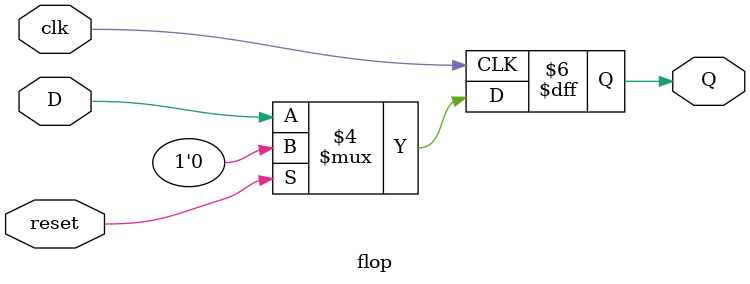
<source format=v>
module flop(reset,clk,D,Q);

    // declare inputs
    input reset, clk, D;

    // declare outputs
    output reg Q;

    // interim signals 

    // module initiation

    // Logic Design
    // Procedural blocks
    // 1. initial block (only testbench)
    // 2. always block (design + testbench)

    // always @(sensitivity list)

    always @(posedge clk) begin // or negedge clk
        if(reset == 1'b1) begin
            Q <= 1'b0;
        end
        else begin
            Q <= D;
        end
    end
    
endmodule

</source>
